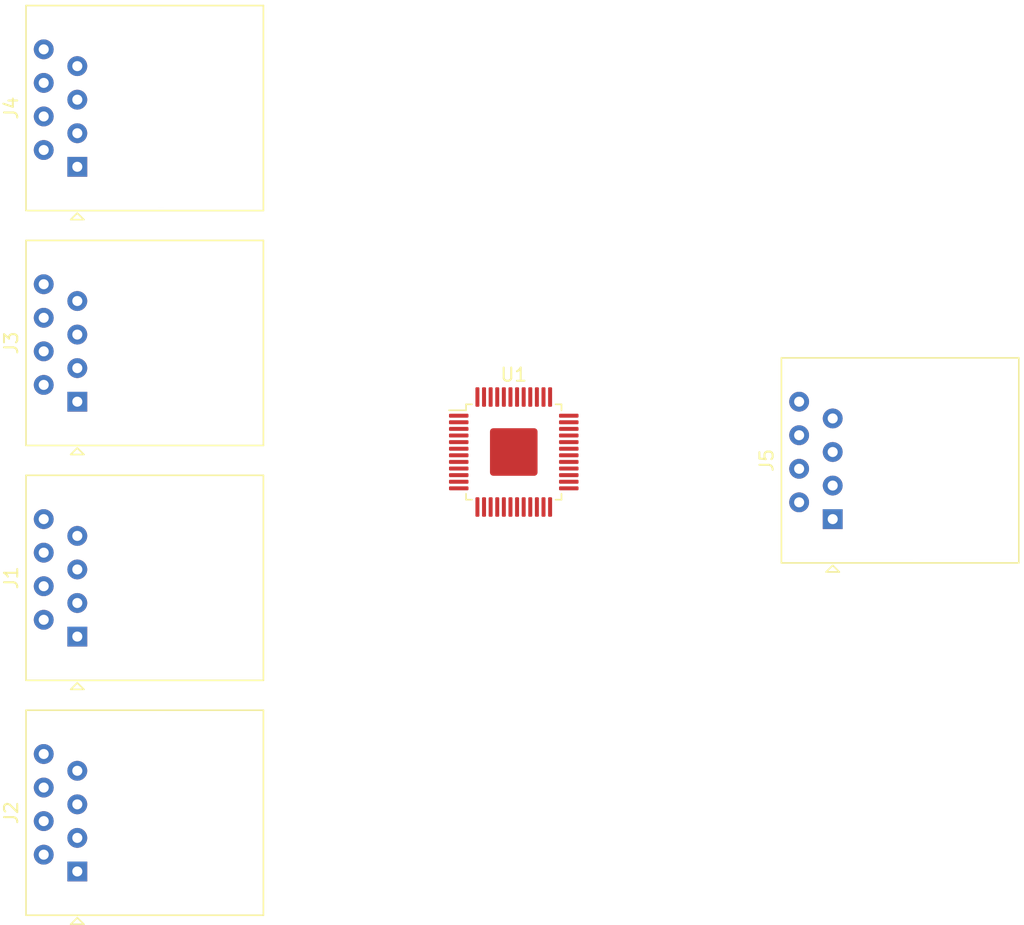
<source format=kicad_pcb>
(kicad_pcb (version 20171130) (host pcbnew "(5.1.0)-1")

  (general
    (thickness 1.6)
    (drawings 0)
    (tracks 0)
    (zones 0)
    (modules 6)
    (nets 81)
  )

  (page A4)
  (layers
    (0 F.Cu signal)
    (31 B.Cu signal)
    (32 B.Adhes user)
    (33 F.Adhes user)
    (34 B.Paste user)
    (35 F.Paste user)
    (36 B.SilkS user)
    (37 F.SilkS user)
    (38 B.Mask user)
    (39 F.Mask user)
    (40 Dwgs.User user)
    (41 Cmts.User user)
    (42 Eco1.User user)
    (43 Eco2.User user)
    (44 Edge.Cuts user)
    (45 Margin user)
    (46 B.CrtYd user)
    (47 F.CrtYd user)
    (48 B.Fab user)
    (49 F.Fab user)
  )

  (setup
    (last_trace_width 0.25)
    (trace_clearance 0.2)
    (zone_clearance 0.508)
    (zone_45_only no)
    (trace_min 0.2)
    (via_size 0.8)
    (via_drill 0.4)
    (via_min_size 0.4)
    (via_min_drill 0.3)
    (uvia_size 0.3)
    (uvia_drill 0.1)
    (uvias_allowed no)
    (uvia_min_size 0.2)
    (uvia_min_drill 0.1)
    (edge_width 0.05)
    (segment_width 0.2)
    (pcb_text_width 0.3)
    (pcb_text_size 1.5 1.5)
    (mod_edge_width 0.12)
    (mod_text_size 1 1)
    (mod_text_width 0.15)
    (pad_size 1.524 1.524)
    (pad_drill 0.762)
    (pad_to_mask_clearance 0.051)
    (solder_mask_min_width 0.25)
    (aux_axis_origin 0 0)
    (visible_elements FFFFFF7F)
    (pcbplotparams
      (layerselection 0x010fc_ffffffff)
      (usegerberextensions false)
      (usegerberattributes false)
      (usegerberadvancedattributes false)
      (creategerberjobfile false)
      (excludeedgelayer true)
      (linewidth 0.100000)
      (plotframeref false)
      (viasonmask false)
      (mode 1)
      (useauxorigin false)
      (hpglpennumber 1)
      (hpglpenspeed 20)
      (hpglpendiameter 15.000000)
      (psnegative false)
      (psa4output false)
      (plotreference true)
      (plotvalue true)
      (plotinvisibletext false)
      (padsonsilk false)
      (subtractmaskfromsilk false)
      (outputformat 1)
      (mirror false)
      (drillshape 1)
      (scaleselection 1)
      (outputdirectory ""))
  )

  (net 0 "")
  (net 1 "Net-(J1-Pad1)")
  (net 2 "Net-(J1-Pad2)")
  (net 3 "Net-(J1-Pad3)")
  (net 4 "Net-(J1-Pad4)")
  (net 5 "Net-(J1-Pad5)")
  (net 6 "Net-(J1-Pad6)")
  (net 7 "Net-(J1-Pad7)")
  (net 8 "Net-(J1-Pad8)")
  (net 9 "Net-(J2-Pad8)")
  (net 10 "Net-(J2-Pad7)")
  (net 11 "Net-(J2-Pad6)")
  (net 12 "Net-(J2-Pad5)")
  (net 13 "Net-(J2-Pad4)")
  (net 14 "Net-(J2-Pad3)")
  (net 15 "Net-(J2-Pad2)")
  (net 16 "Net-(J2-Pad1)")
  (net 17 "Net-(J3-Pad1)")
  (net 18 "Net-(J3-Pad2)")
  (net 19 "Net-(J3-Pad3)")
  (net 20 "Net-(J3-Pad4)")
  (net 21 "Net-(J3-Pad5)")
  (net 22 "Net-(J3-Pad6)")
  (net 23 "Net-(J3-Pad7)")
  (net 24 "Net-(J3-Pad8)")
  (net 25 "Net-(J4-Pad8)")
  (net 26 "Net-(J4-Pad7)")
  (net 27 "Net-(J4-Pad6)")
  (net 28 "Net-(J4-Pad5)")
  (net 29 "Net-(J4-Pad4)")
  (net 30 "Net-(J4-Pad3)")
  (net 31 "Net-(J4-Pad2)")
  (net 32 "Net-(J4-Pad1)")
  (net 33 "Net-(U1-Pad1)")
  (net 34 "Net-(U1-Pad2)")
  (net 35 "Net-(U1-Pad3)")
  (net 36 "Net-(U1-Pad4)")
  (net 37 "Net-(U1-Pad5)")
  (net 38 "Net-(U1-Pad6)")
  (net 39 "Net-(U1-Pad7)")
  (net 40 "Net-(U1-Pad8)")
  (net 41 "Net-(U1-Pad9)")
  (net 42 "Net-(U1-Pad10)")
  (net 43 "Net-(U1-Pad11)")
  (net 44 "Net-(U1-Pad12)")
  (net 45 "Net-(U1-Pad13)")
  (net 46 "Net-(U1-Pad14)")
  (net 47 "Net-(U1-Pad15)")
  (net 48 "Net-(U1-Pad16)")
  (net 49 "Net-(U1-Pad17)")
  (net 50 "Net-(U1-Pad18)")
  (net 51 "Net-(U1-Pad19)")
  (net 52 "Net-(U1-Pad20)")
  (net 53 "Net-(U1-Pad21)")
  (net 54 "Net-(U1-Pad22)")
  (net 55 "Net-(U1-Pad23)")
  (net 56 "Net-(U1-Pad24)")
  (net 57 "Net-(U1-Pad25)")
  (net 58 "Net-(U1-Pad26)")
  (net 59 "Net-(U1-Pad27)")
  (net 60 "Net-(U1-Pad28)")
  (net 61 "Net-(U1-Pad29)")
  (net 62 "Net-(U1-Pad30)")
  (net 63 "Net-(U1-Pad31)")
  (net 64 "Net-(U1-Pad32)")
  (net 65 "Net-(U1-Pad33)")
  (net 66 "Net-(U1-Pad34)")
  (net 67 "Net-(U1-Pad35)")
  (net 68 "Net-(U1-Pad36)")
  (net 69 "Net-(U1-Pad37)")
  (net 70 "Net-(U1-Pad38)")
  (net 71 "Net-(U1-Pad39)")
  (net 72 "Net-(U1-Pad40)")
  (net 73 "Net-(U1-Pad41)")
  (net 74 "Net-(U1-Pad42)")
  (net 75 "Net-(U1-Pad43)")
  (net 76 "Net-(U1-Pad44)")
  (net 77 "Net-(U1-Pad45)")
  (net 78 "Net-(U1-Pad46)")
  (net 79 "Net-(U1-Pad47)")
  (net 80 "Net-(U1-Pad48)")

  (net_class Default "This is the default net class."
    (clearance 0.2)
    (trace_width 0.25)
    (via_dia 0.8)
    (via_drill 0.4)
    (uvia_dia 0.3)
    (uvia_drill 0.1)
    (add_net "Net-(J1-Pad1)")
    (add_net "Net-(J1-Pad2)")
    (add_net "Net-(J1-Pad3)")
    (add_net "Net-(J1-Pad4)")
    (add_net "Net-(J1-Pad5)")
    (add_net "Net-(J1-Pad6)")
    (add_net "Net-(J1-Pad7)")
    (add_net "Net-(J1-Pad8)")
    (add_net "Net-(J2-Pad1)")
    (add_net "Net-(J2-Pad2)")
    (add_net "Net-(J2-Pad3)")
    (add_net "Net-(J2-Pad4)")
    (add_net "Net-(J2-Pad5)")
    (add_net "Net-(J2-Pad6)")
    (add_net "Net-(J2-Pad7)")
    (add_net "Net-(J2-Pad8)")
    (add_net "Net-(J3-Pad1)")
    (add_net "Net-(J3-Pad2)")
    (add_net "Net-(J3-Pad3)")
    (add_net "Net-(J3-Pad4)")
    (add_net "Net-(J3-Pad5)")
    (add_net "Net-(J3-Pad6)")
    (add_net "Net-(J3-Pad7)")
    (add_net "Net-(J3-Pad8)")
    (add_net "Net-(J4-Pad1)")
    (add_net "Net-(J4-Pad2)")
    (add_net "Net-(J4-Pad3)")
    (add_net "Net-(J4-Pad4)")
    (add_net "Net-(J4-Pad5)")
    (add_net "Net-(J4-Pad6)")
    (add_net "Net-(J4-Pad7)")
    (add_net "Net-(J4-Pad8)")
    (add_net "Net-(U1-Pad1)")
    (add_net "Net-(U1-Pad10)")
    (add_net "Net-(U1-Pad11)")
    (add_net "Net-(U1-Pad12)")
    (add_net "Net-(U1-Pad13)")
    (add_net "Net-(U1-Pad14)")
    (add_net "Net-(U1-Pad15)")
    (add_net "Net-(U1-Pad16)")
    (add_net "Net-(U1-Pad17)")
    (add_net "Net-(U1-Pad18)")
    (add_net "Net-(U1-Pad19)")
    (add_net "Net-(U1-Pad2)")
    (add_net "Net-(U1-Pad20)")
    (add_net "Net-(U1-Pad21)")
    (add_net "Net-(U1-Pad22)")
    (add_net "Net-(U1-Pad23)")
    (add_net "Net-(U1-Pad24)")
    (add_net "Net-(U1-Pad25)")
    (add_net "Net-(U1-Pad26)")
    (add_net "Net-(U1-Pad27)")
    (add_net "Net-(U1-Pad28)")
    (add_net "Net-(U1-Pad29)")
    (add_net "Net-(U1-Pad3)")
    (add_net "Net-(U1-Pad30)")
    (add_net "Net-(U1-Pad31)")
    (add_net "Net-(U1-Pad32)")
    (add_net "Net-(U1-Pad33)")
    (add_net "Net-(U1-Pad34)")
    (add_net "Net-(U1-Pad35)")
    (add_net "Net-(U1-Pad36)")
    (add_net "Net-(U1-Pad37)")
    (add_net "Net-(U1-Pad38)")
    (add_net "Net-(U1-Pad39)")
    (add_net "Net-(U1-Pad4)")
    (add_net "Net-(U1-Pad40)")
    (add_net "Net-(U1-Pad41)")
    (add_net "Net-(U1-Pad42)")
    (add_net "Net-(U1-Pad43)")
    (add_net "Net-(U1-Pad44)")
    (add_net "Net-(U1-Pad45)")
    (add_net "Net-(U1-Pad46)")
    (add_net "Net-(U1-Pad47)")
    (add_net "Net-(U1-Pad48)")
    (add_net "Net-(U1-Pad5)")
    (add_net "Net-(U1-Pad6)")
    (add_net "Net-(U1-Pad7)")
    (add_net "Net-(U1-Pad8)")
    (add_net "Net-(U1-Pad9)")
  )

  (module Connector_RJ:RJ45_Amphenol_54602-x08_Horizontal (layer F.Cu) (tedit 5B103613) (tstamp 62A6608A)
    (at 109.22 107.95 90)
    (descr "8 Pol Shallow Latch Connector, Modjack, RJ45 (https://cdn.amphenol-icc.com/media/wysiwyg/files/drawing/c-bmj-0102.pdf)")
    (tags RJ45)
    (path /62A6118C)
    (fp_text reference J1 (at 4.445 -5 90) (layer F.SilkS)
      (effects (font (size 1 1) (thickness 0.15)))
    )
    (fp_text value RJ45 (at 4.445 4 90) (layer F.Fab)
      (effects (font (size 1 1) (thickness 0.15)))
    )
    (fp_text user %R (at 4.445 5.864999 90) (layer F.Fab)
      (effects (font (size 1 1) (thickness 0.15)))
    )
    (fp_line (start -4 0.5) (end -3.5 0) (layer F.SilkS) (width 0.12))
    (fp_line (start -4 -0.5) (end -4 0.5) (layer F.SilkS) (width 0.12))
    (fp_line (start -3.5 0) (end -4 -0.5) (layer F.SilkS) (width 0.12))
    (fp_line (start -3.205 13.97) (end -3.205 -2.77) (layer F.Fab) (width 0.12))
    (fp_line (start 12.095 13.97) (end -3.205 13.97) (layer F.Fab) (width 0.12))
    (fp_line (start 12.095 -3.77) (end 12.095 13.97) (layer F.Fab) (width 0.12))
    (fp_line (start -2.205 -3.77) (end 12.095 -3.77) (layer F.Fab) (width 0.12))
    (fp_line (start -3.205 -2.77) (end -2.205 -3.77) (layer F.Fab) (width 0.12))
    (fp_line (start -3.315 14.08) (end 12.205 14.08) (layer F.SilkS) (width 0.12))
    (fp_line (start 12.205 -3.88) (end 12.205 14.08) (layer F.SilkS) (width 0.12))
    (fp_line (start 12.205 -3.88) (end -3.315 -3.88) (layer F.SilkS) (width 0.12))
    (fp_line (start -3.315 -3.88) (end -3.315 14.08) (layer F.SilkS) (width 0.12))
    (fp_line (start -3.71 -4.27) (end 12.6 -4.27) (layer F.CrtYd) (width 0.05))
    (fp_line (start -3.71 -4.27) (end -3.71 14.47) (layer F.CrtYd) (width 0.05))
    (fp_line (start 12.6 14.47) (end 12.6 -4.27) (layer F.CrtYd) (width 0.05))
    (fp_line (start 12.6 14.47) (end -3.71 14.47) (layer F.CrtYd) (width 0.05))
    (pad "" np_thru_hole circle (at 10.16 6.35 90) (size 3.2 3.2) (drill 3.2) (layers *.Cu *.Mask))
    (pad "" np_thru_hole circle (at -1.27 6.35 90) (size 3.2 3.2) (drill 3.2) (layers *.Cu *.Mask))
    (pad 1 thru_hole rect (at 0 0 90) (size 1.5 1.5) (drill 0.76) (layers *.Cu *.Mask)
      (net 1 "Net-(J1-Pad1)"))
    (pad 2 thru_hole circle (at 1.27 -2.54 90) (size 1.5 1.5) (drill 0.76) (layers *.Cu *.Mask)
      (net 2 "Net-(J1-Pad2)"))
    (pad 3 thru_hole circle (at 2.54 0 90) (size 1.5 1.5) (drill 0.76) (layers *.Cu *.Mask)
      (net 3 "Net-(J1-Pad3)"))
    (pad 4 thru_hole circle (at 3.81 -2.54 90) (size 1.5 1.5) (drill 0.76) (layers *.Cu *.Mask)
      (net 4 "Net-(J1-Pad4)"))
    (pad 5 thru_hole circle (at 5.08 0 90) (size 1.5 1.5) (drill 0.76) (layers *.Cu *.Mask)
      (net 5 "Net-(J1-Pad5)"))
    (pad 6 thru_hole circle (at 6.35 -2.54 90) (size 1.5 1.5) (drill 0.76) (layers *.Cu *.Mask)
      (net 6 "Net-(J1-Pad6)"))
    (pad 7 thru_hole circle (at 7.62 0 90) (size 1.5 1.5) (drill 0.76) (layers *.Cu *.Mask)
      (net 7 "Net-(J1-Pad7)"))
    (pad 8 thru_hole circle (at 8.89 -2.54 90) (size 1.5 1.5) (drill 0.76) (layers *.Cu *.Mask)
      (net 8 "Net-(J1-Pad8)"))
    (model ${KISYS3DMOD}/Connector_RJ.3dshapes/RJ45_Amphenol_54602-x08_Horizontal.wrl
      (at (xyz 0 0 0))
      (scale (xyz 1 1 1))
      (rotate (xyz 0 0 0))
    )
  )

  (module Connector_RJ:RJ45_Amphenol_54602-x08_Horizontal (layer F.Cu) (tedit 5B103613) (tstamp 62A66882)
    (at 109.22 125.73 90)
    (descr "8 Pol Shallow Latch Connector, Modjack, RJ45 (https://cdn.amphenol-icc.com/media/wysiwyg/files/drawing/c-bmj-0102.pdf)")
    (tags RJ45)
    (path /62A6278C)
    (fp_text reference J2 (at 4.445 -5 90) (layer F.SilkS)
      (effects (font (size 1 1) (thickness 0.15)))
    )
    (fp_text value RJ45 (at 4.445 4 90) (layer F.Fab)
      (effects (font (size 1 1) (thickness 0.15)))
    )
    (fp_line (start 12.6 14.47) (end -3.71 14.47) (layer F.CrtYd) (width 0.05))
    (fp_line (start 12.6 14.47) (end 12.6 -4.27) (layer F.CrtYd) (width 0.05))
    (fp_line (start -3.71 -4.27) (end -3.71 14.47) (layer F.CrtYd) (width 0.05))
    (fp_line (start -3.71 -4.27) (end 12.6 -4.27) (layer F.CrtYd) (width 0.05))
    (fp_line (start -3.315 -3.88) (end -3.315 14.08) (layer F.SilkS) (width 0.12))
    (fp_line (start 12.205 -3.88) (end -3.315 -3.88) (layer F.SilkS) (width 0.12))
    (fp_line (start 12.205 -3.88) (end 12.205 14.08) (layer F.SilkS) (width 0.12))
    (fp_line (start -3.315 14.08) (end 12.205 14.08) (layer F.SilkS) (width 0.12))
    (fp_line (start -3.205 -2.77) (end -2.205 -3.77) (layer F.Fab) (width 0.12))
    (fp_line (start -2.205 -3.77) (end 12.095 -3.77) (layer F.Fab) (width 0.12))
    (fp_line (start 12.095 -3.77) (end 12.095 13.97) (layer F.Fab) (width 0.12))
    (fp_line (start 12.095 13.97) (end -3.205 13.97) (layer F.Fab) (width 0.12))
    (fp_line (start -3.205 13.97) (end -3.205 -2.77) (layer F.Fab) (width 0.12))
    (fp_line (start -3.5 0) (end -4 -0.5) (layer F.SilkS) (width 0.12))
    (fp_line (start -4 -0.5) (end -4 0.5) (layer F.SilkS) (width 0.12))
    (fp_line (start -4 0.5) (end -3.5 0) (layer F.SilkS) (width 0.12))
    (fp_text user %R (at 4.445 2 90) (layer F.Fab)
      (effects (font (size 1 1) (thickness 0.15)))
    )
    (pad 8 thru_hole circle (at 8.89 -2.54 90) (size 1.5 1.5) (drill 0.76) (layers *.Cu *.Mask)
      (net 9 "Net-(J2-Pad8)"))
    (pad 7 thru_hole circle (at 7.62 0 90) (size 1.5 1.5) (drill 0.76) (layers *.Cu *.Mask)
      (net 10 "Net-(J2-Pad7)"))
    (pad 6 thru_hole circle (at 6.35 -2.54 90) (size 1.5 1.5) (drill 0.76) (layers *.Cu *.Mask)
      (net 11 "Net-(J2-Pad6)"))
    (pad 5 thru_hole circle (at 5.08 0 90) (size 1.5 1.5) (drill 0.76) (layers *.Cu *.Mask)
      (net 12 "Net-(J2-Pad5)"))
    (pad 4 thru_hole circle (at 3.81 -2.54 90) (size 1.5 1.5) (drill 0.76) (layers *.Cu *.Mask)
      (net 13 "Net-(J2-Pad4)"))
    (pad 3 thru_hole circle (at 2.54 0 90) (size 1.5 1.5) (drill 0.76) (layers *.Cu *.Mask)
      (net 14 "Net-(J2-Pad3)"))
    (pad 2 thru_hole circle (at 1.27 -2.54 90) (size 1.5 1.5) (drill 0.76) (layers *.Cu *.Mask)
      (net 15 "Net-(J2-Pad2)"))
    (pad 1 thru_hole rect (at 0 0 90) (size 1.5 1.5) (drill 0.76) (layers *.Cu *.Mask)
      (net 16 "Net-(J2-Pad1)"))
    (pad "" np_thru_hole circle (at -1.27 6.35 90) (size 3.2 3.2) (drill 3.2) (layers *.Cu *.Mask))
    (pad "" np_thru_hole circle (at 10.16 6.35 90) (size 3.2 3.2) (drill 3.2) (layers *.Cu *.Mask))
    (model ${KISYS3DMOD}/Connector_RJ.3dshapes/RJ45_Amphenol_54602-x08_Horizontal.wrl
      (at (xyz 0 0 0))
      (scale (xyz 1 1 1))
      (rotate (xyz 0 0 0))
    )
  )

  (module Connector_RJ:RJ45_Amphenol_54602-x08_Horizontal (layer F.Cu) (tedit 5B103613) (tstamp 62A660C8)
    (at 109.22 90.17 90)
    (descr "8 Pol Shallow Latch Connector, Modjack, RJ45 (https://cdn.amphenol-icc.com/media/wysiwyg/files/drawing/c-bmj-0102.pdf)")
    (tags RJ45)
    (path /62A64A11)
    (fp_text reference J3 (at 4.445 -5 90) (layer F.SilkS)
      (effects (font (size 1 1) (thickness 0.15)))
    )
    (fp_text value RJ45 (at 4.445 4 90) (layer F.Fab)
      (effects (font (size 1 1) (thickness 0.15)))
    )
    (fp_text user %R (at 4.445 2 90) (layer F.Fab)
      (effects (font (size 1 1) (thickness 0.15)))
    )
    (fp_line (start -4 0.5) (end -3.5 0) (layer F.SilkS) (width 0.12))
    (fp_line (start -4 -0.5) (end -4 0.5) (layer F.SilkS) (width 0.12))
    (fp_line (start -3.5 0) (end -4 -0.5) (layer F.SilkS) (width 0.12))
    (fp_line (start -3.205 13.97) (end -3.205 -2.77) (layer F.Fab) (width 0.12))
    (fp_line (start 12.095 13.97) (end -3.205 13.97) (layer F.Fab) (width 0.12))
    (fp_line (start 12.095 -3.77) (end 12.095 13.97) (layer F.Fab) (width 0.12))
    (fp_line (start -2.205 -3.77) (end 12.095 -3.77) (layer F.Fab) (width 0.12))
    (fp_line (start -3.205 -2.77) (end -2.205 -3.77) (layer F.Fab) (width 0.12))
    (fp_line (start -3.315 14.08) (end 12.205 14.08) (layer F.SilkS) (width 0.12))
    (fp_line (start 12.205 -3.88) (end 12.205 14.08) (layer F.SilkS) (width 0.12))
    (fp_line (start 12.205 -3.88) (end -3.315 -3.88) (layer F.SilkS) (width 0.12))
    (fp_line (start -3.315 -3.88) (end -3.315 14.08) (layer F.SilkS) (width 0.12))
    (fp_line (start -3.71 -4.27) (end 12.6 -4.27) (layer F.CrtYd) (width 0.05))
    (fp_line (start -3.71 -4.27) (end -3.71 14.47) (layer F.CrtYd) (width 0.05))
    (fp_line (start 12.6 14.47) (end 12.6 -4.27) (layer F.CrtYd) (width 0.05))
    (fp_line (start 12.6 14.47) (end -3.71 14.47) (layer F.CrtYd) (width 0.05))
    (pad "" np_thru_hole circle (at 10.16 6.35 90) (size 3.2 3.2) (drill 3.2) (layers *.Cu *.Mask))
    (pad "" np_thru_hole circle (at -1.27 6.35 90) (size 3.2 3.2) (drill 3.2) (layers *.Cu *.Mask))
    (pad 1 thru_hole rect (at 0 0 90) (size 1.5 1.5) (drill 0.76) (layers *.Cu *.Mask)
      (net 17 "Net-(J3-Pad1)"))
    (pad 2 thru_hole circle (at 1.27 -2.54 90) (size 1.5 1.5) (drill 0.76) (layers *.Cu *.Mask)
      (net 18 "Net-(J3-Pad2)"))
    (pad 3 thru_hole circle (at 2.54 0 90) (size 1.5 1.5) (drill 0.76) (layers *.Cu *.Mask)
      (net 19 "Net-(J3-Pad3)"))
    (pad 4 thru_hole circle (at 3.81 -2.54 90) (size 1.5 1.5) (drill 0.76) (layers *.Cu *.Mask)
      (net 20 "Net-(J3-Pad4)"))
    (pad 5 thru_hole circle (at 5.08 0 90) (size 1.5 1.5) (drill 0.76) (layers *.Cu *.Mask)
      (net 21 "Net-(J3-Pad5)"))
    (pad 6 thru_hole circle (at 6.35 -2.54 90) (size 1.5 1.5) (drill 0.76) (layers *.Cu *.Mask)
      (net 22 "Net-(J3-Pad6)"))
    (pad 7 thru_hole circle (at 7.62 0 90) (size 1.5 1.5) (drill 0.76) (layers *.Cu *.Mask)
      (net 23 "Net-(J3-Pad7)"))
    (pad 8 thru_hole circle (at 8.89 -2.54 90) (size 1.5 1.5) (drill 0.76) (layers *.Cu *.Mask)
      (net 24 "Net-(J3-Pad8)"))
    (model ${KISYS3DMOD}/Connector_RJ.3dshapes/RJ45_Amphenol_RJHSE538X.wrl
      (offset (xyz 9.5 0.5 0))
      (scale (xyz 1 1 1))
      (rotate (xyz 0 0 -180))
    )
  )

  (module Connector_RJ:RJ45_Amphenol_54602-x08_Horizontal (layer F.Cu) (tedit 5B103613) (tstamp 62A660E7)
    (at 109.22 72.39 90)
    (descr "8 Pol Shallow Latch Connector, Modjack, RJ45 (https://cdn.amphenol-icc.com/media/wysiwyg/files/drawing/c-bmj-0102.pdf)")
    (tags RJ45)
    (path /62A66369)
    (fp_text reference J4 (at 4.445 -5 90) (layer F.SilkS)
      (effects (font (size 1 1) (thickness 0.15)))
    )
    (fp_text value RJ45 (at 4.445 4 90) (layer F.Fab)
      (effects (font (size 1 1) (thickness 0.15)))
    )
    (fp_line (start 12.6 14.47) (end -3.71 14.47) (layer F.CrtYd) (width 0.05))
    (fp_line (start 12.6 14.47) (end 12.6 -4.27) (layer F.CrtYd) (width 0.05))
    (fp_line (start -3.71 -4.27) (end -3.71 14.47) (layer F.CrtYd) (width 0.05))
    (fp_line (start -3.71 -4.27) (end 12.6 -4.27) (layer F.CrtYd) (width 0.05))
    (fp_line (start -3.315 -3.88) (end -3.315 14.08) (layer F.SilkS) (width 0.12))
    (fp_line (start 12.205 -3.88) (end -3.315 -3.88) (layer F.SilkS) (width 0.12))
    (fp_line (start 12.205 -3.88) (end 12.205 14.08) (layer F.SilkS) (width 0.12))
    (fp_line (start -3.315 14.08) (end 12.205 14.08) (layer F.SilkS) (width 0.12))
    (fp_line (start -3.205 -2.77) (end -2.205 -3.77) (layer F.Fab) (width 0.12))
    (fp_line (start -2.205 -3.77) (end 12.095 -3.77) (layer F.Fab) (width 0.12))
    (fp_line (start 12.095 -3.77) (end 12.095 13.97) (layer F.Fab) (width 0.12))
    (fp_line (start 12.095 13.97) (end -3.205 13.97) (layer F.Fab) (width 0.12))
    (fp_line (start -3.205 13.97) (end -3.205 -2.77) (layer F.Fab) (width 0.12))
    (fp_line (start -3.5 0) (end -4 -0.5) (layer F.SilkS) (width 0.12))
    (fp_line (start -4 -0.5) (end -4 0.5) (layer F.SilkS) (width 0.12))
    (fp_line (start -4 0.5) (end -3.5 0) (layer F.SilkS) (width 0.12))
    (fp_text user %R (at 4.445 2 90) (layer F.Fab)
      (effects (font (size 1 1) (thickness 0.15)))
    )
    (pad 8 thru_hole circle (at 8.89 -2.54 90) (size 1.5 1.5) (drill 0.76) (layers *.Cu *.Mask)
      (net 25 "Net-(J4-Pad8)"))
    (pad 7 thru_hole circle (at 7.62 0 90) (size 1.5 1.5) (drill 0.76) (layers *.Cu *.Mask)
      (net 26 "Net-(J4-Pad7)"))
    (pad 6 thru_hole circle (at 6.35 -2.54 90) (size 1.5 1.5) (drill 0.76) (layers *.Cu *.Mask)
      (net 27 "Net-(J4-Pad6)"))
    (pad 5 thru_hole circle (at 5.08 0 90) (size 1.5 1.5) (drill 0.76) (layers *.Cu *.Mask)
      (net 28 "Net-(J4-Pad5)"))
    (pad 4 thru_hole circle (at 3.81 -2.54 90) (size 1.5 1.5) (drill 0.76) (layers *.Cu *.Mask)
      (net 29 "Net-(J4-Pad4)"))
    (pad 3 thru_hole circle (at 2.54 0 90) (size 1.5 1.5) (drill 0.76) (layers *.Cu *.Mask)
      (net 30 "Net-(J4-Pad3)"))
    (pad 2 thru_hole circle (at 1.27 -2.54 90) (size 1.5 1.5) (drill 0.76) (layers *.Cu *.Mask)
      (net 31 "Net-(J4-Pad2)"))
    (pad 1 thru_hole rect (at 0 0 90) (size 1.5 1.5) (drill 0.76) (layers *.Cu *.Mask)
      (net 32 "Net-(J4-Pad1)"))
    (pad "" np_thru_hole circle (at -1.27 6.35 90) (size 3.2 3.2) (drill 3.2) (layers *.Cu *.Mask))
    (pad "" np_thru_hole circle (at 10.16 6.35 90) (size 3.2 3.2) (drill 3.2) (layers *.Cu *.Mask))
    (model ${KISYS3DMOD}/Connector_RJ.3dshapes/RJ45_Amphenol_54602-x08_Horizontal.wrl
      (at (xyz 0 0 0))
      (scale (xyz 1 1 1))
      (rotate (xyz 0 0 0))
    )
  )

  (module Connector_RJ:RJ45_Amphenol_54602-x08_Horizontal (layer F.Cu) (tedit 5B103613) (tstamp 62A66106)
    (at 166.37 99.06 90)
    (descr "8 Pol Shallow Latch Connector, Modjack, RJ45 (https://cdn.amphenol-icc.com/media/wysiwyg/files/drawing/c-bmj-0102.pdf)")
    (tags RJ45)
    (path /62A6BE13)
    (fp_text reference J5 (at 4.445 -5 90) (layer F.SilkS)
      (effects (font (size 1 1) (thickness 0.15)))
    )
    (fp_text value RJ45 (at 4.445 4 90) (layer F.Fab)
      (effects (font (size 1 1) (thickness 0.15)))
    )
    (fp_text user %R (at 4.445 2 90) (layer F.Fab)
      (effects (font (size 1 1) (thickness 0.15)))
    )
    (fp_line (start -4 0.5) (end -3.5 0) (layer F.SilkS) (width 0.12))
    (fp_line (start -4 -0.5) (end -4 0.5) (layer F.SilkS) (width 0.12))
    (fp_line (start -3.5 0) (end -4 -0.5) (layer F.SilkS) (width 0.12))
    (fp_line (start -3.205 13.97) (end -3.205 -2.77) (layer F.Fab) (width 0.12))
    (fp_line (start 12.095 13.97) (end -3.205 13.97) (layer F.Fab) (width 0.12))
    (fp_line (start 12.095 -3.77) (end 12.095 13.97) (layer F.Fab) (width 0.12))
    (fp_line (start -2.205 -3.77) (end 12.095 -3.77) (layer F.Fab) (width 0.12))
    (fp_line (start -3.205 -2.77) (end -2.205 -3.77) (layer F.Fab) (width 0.12))
    (fp_line (start -3.315 14.08) (end 12.205 14.08) (layer F.SilkS) (width 0.12))
    (fp_line (start 12.205 -3.88) (end 12.205 14.08) (layer F.SilkS) (width 0.12))
    (fp_line (start 12.205 -3.88) (end -3.315 -3.88) (layer F.SilkS) (width 0.12))
    (fp_line (start -3.315 -3.88) (end -3.315 14.08) (layer F.SilkS) (width 0.12))
    (fp_line (start -3.71 -4.27) (end 12.6 -4.27) (layer F.CrtYd) (width 0.05))
    (fp_line (start -3.71 -4.27) (end -3.71 14.47) (layer F.CrtYd) (width 0.05))
    (fp_line (start 12.6 14.47) (end 12.6 -4.27) (layer F.CrtYd) (width 0.05))
    (fp_line (start 12.6 14.47) (end -3.71 14.47) (layer F.CrtYd) (width 0.05))
    (pad "" np_thru_hole circle (at 10.16 6.35 90) (size 3.2 3.2) (drill 3.2) (layers *.Cu *.Mask))
    (pad "" np_thru_hole circle (at -1.27 6.35 90) (size 3.2 3.2) (drill 3.2) (layers *.Cu *.Mask))
    (pad 1 thru_hole rect (at 0 0 90) (size 1.5 1.5) (drill 0.76) (layers *.Cu *.Mask)
      (net 32 "Net-(J4-Pad1)"))
    (pad 2 thru_hole circle (at 1.27 -2.54 90) (size 1.5 1.5) (drill 0.76) (layers *.Cu *.Mask)
      (net 31 "Net-(J4-Pad2)"))
    (pad 3 thru_hole circle (at 2.54 0 90) (size 1.5 1.5) (drill 0.76) (layers *.Cu *.Mask)
      (net 30 "Net-(J4-Pad3)"))
    (pad 4 thru_hole circle (at 3.81 -2.54 90) (size 1.5 1.5) (drill 0.76) (layers *.Cu *.Mask)
      (net 29 "Net-(J4-Pad4)"))
    (pad 5 thru_hole circle (at 5.08 0 90) (size 1.5 1.5) (drill 0.76) (layers *.Cu *.Mask)
      (net 28 "Net-(J4-Pad5)"))
    (pad 6 thru_hole circle (at 6.35 -2.54 90) (size 1.5 1.5) (drill 0.76) (layers *.Cu *.Mask)
      (net 27 "Net-(J4-Pad6)"))
    (pad 7 thru_hole circle (at 7.62 0 90) (size 1.5 1.5) (drill 0.76) (layers *.Cu *.Mask)
      (net 26 "Net-(J4-Pad7)"))
    (pad 8 thru_hole circle (at 8.89 -2.54 90) (size 1.5 1.5) (drill 0.76) (layers *.Cu *.Mask)
      (net 25 "Net-(J4-Pad8)"))
    (model ${KISYS3DMOD}/Connector_RJ.3dshapes/RJ45_Amphenol_54602-x08_Horizontal.wrl
      (at (xyz 0 0 0))
      (scale (xyz 1 1 1))
      (rotate (xyz 0 0 0))
    )
  )

  (module Package_QFP:LQFP-48-1EP_7x7mm_P0.5mm_EP3.6x3.6mm (layer F.Cu) (tedit 5B56F227) (tstamp 62A6616B)
    (at 142.24 93.98)
    (descr "LQFP, 48 Pin (http://www.analog.com/media/en/technical-documentation/data-sheets/LTC7810.pdf), generated with kicad-footprint-generator ipc_qfp_generator.py")
    (tags "LQFP QFP")
    (path /62A75E3F)
    (attr smd)
    (fp_text reference U1 (at 0 -5.85) (layer F.SilkS)
      (effects (font (size 1 1) (thickness 0.15)))
    )
    (fp_text value STM32F030C8Tx (at 0 5.85) (layer F.Fab)
      (effects (font (size 1 1) (thickness 0.15)))
    )
    (fp_line (start -3.16 -3.61) (end -3.61 -3.61) (layer F.SilkS) (width 0.12))
    (fp_line (start -3.61 -3.61) (end -3.61 -3.16) (layer F.SilkS) (width 0.12))
    (fp_line (start 3.16 -3.61) (end 3.61 -3.61) (layer F.SilkS) (width 0.12))
    (fp_line (start 3.61 -3.61) (end 3.61 -3.16) (layer F.SilkS) (width 0.12))
    (fp_line (start -3.16 3.61) (end -3.61 3.61) (layer F.SilkS) (width 0.12))
    (fp_line (start -3.61 3.61) (end -3.61 3.16) (layer F.SilkS) (width 0.12))
    (fp_line (start 3.16 3.61) (end 3.61 3.61) (layer F.SilkS) (width 0.12))
    (fp_line (start 3.61 3.61) (end 3.61 3.16) (layer F.SilkS) (width 0.12))
    (fp_line (start -3.61 -3.16) (end -4.9 -3.16) (layer F.SilkS) (width 0.12))
    (fp_line (start -2.5 -3.5) (end 3.5 -3.5) (layer F.Fab) (width 0.1))
    (fp_line (start 3.5 -3.5) (end 3.5 3.5) (layer F.Fab) (width 0.1))
    (fp_line (start 3.5 3.5) (end -3.5 3.5) (layer F.Fab) (width 0.1))
    (fp_line (start -3.5 3.5) (end -3.5 -2.5) (layer F.Fab) (width 0.1))
    (fp_line (start -3.5 -2.5) (end -2.5 -3.5) (layer F.Fab) (width 0.1))
    (fp_line (start 0 -5.15) (end -3.15 -5.15) (layer F.CrtYd) (width 0.05))
    (fp_line (start -3.15 -5.15) (end -3.15 -3.75) (layer F.CrtYd) (width 0.05))
    (fp_line (start -3.15 -3.75) (end -3.75 -3.75) (layer F.CrtYd) (width 0.05))
    (fp_line (start -3.75 -3.75) (end -3.75 -3.15) (layer F.CrtYd) (width 0.05))
    (fp_line (start -3.75 -3.15) (end -5.15 -3.15) (layer F.CrtYd) (width 0.05))
    (fp_line (start -5.15 -3.15) (end -5.15 0) (layer F.CrtYd) (width 0.05))
    (fp_line (start 0 -5.15) (end 3.15 -5.15) (layer F.CrtYd) (width 0.05))
    (fp_line (start 3.15 -5.15) (end 3.15 -3.75) (layer F.CrtYd) (width 0.05))
    (fp_line (start 3.15 -3.75) (end 3.75 -3.75) (layer F.CrtYd) (width 0.05))
    (fp_line (start 3.75 -3.75) (end 3.75 -3.15) (layer F.CrtYd) (width 0.05))
    (fp_line (start 3.75 -3.15) (end 5.15 -3.15) (layer F.CrtYd) (width 0.05))
    (fp_line (start 5.15 -3.15) (end 5.15 0) (layer F.CrtYd) (width 0.05))
    (fp_line (start 0 5.15) (end -3.15 5.15) (layer F.CrtYd) (width 0.05))
    (fp_line (start -3.15 5.15) (end -3.15 3.75) (layer F.CrtYd) (width 0.05))
    (fp_line (start -3.15 3.75) (end -3.75 3.75) (layer F.CrtYd) (width 0.05))
    (fp_line (start -3.75 3.75) (end -3.75 3.15) (layer F.CrtYd) (width 0.05))
    (fp_line (start -3.75 3.15) (end -5.15 3.15) (layer F.CrtYd) (width 0.05))
    (fp_line (start -5.15 3.15) (end -5.15 0) (layer F.CrtYd) (width 0.05))
    (fp_line (start 0 5.15) (end 3.15 5.15) (layer F.CrtYd) (width 0.05))
    (fp_line (start 3.15 5.15) (end 3.15 3.75) (layer F.CrtYd) (width 0.05))
    (fp_line (start 3.15 3.75) (end 3.75 3.75) (layer F.CrtYd) (width 0.05))
    (fp_line (start 3.75 3.75) (end 3.75 3.15) (layer F.CrtYd) (width 0.05))
    (fp_line (start 3.75 3.15) (end 5.15 3.15) (layer F.CrtYd) (width 0.05))
    (fp_line (start 5.15 3.15) (end 5.15 0) (layer F.CrtYd) (width 0.05))
    (fp_text user %R (at 0 0) (layer F.Fab)
      (effects (font (size 1 1) (thickness 0.15)))
    )
    (pad 49 smd roundrect (at 0 0) (size 3.6 3.6) (layers F.Cu F.Mask) (roundrect_rratio 0.06944400000000001))
    (pad "" smd roundrect (at -1.2 -1.2) (size 0.97 0.97) (layers F.Paste) (roundrect_rratio 0.25))
    (pad "" smd roundrect (at -1.2 0) (size 0.97 0.97) (layers F.Paste) (roundrect_rratio 0.25))
    (pad "" smd roundrect (at -1.2 1.2) (size 0.97 0.97) (layers F.Paste) (roundrect_rratio 0.25))
    (pad "" smd roundrect (at 0 -1.2) (size 0.97 0.97) (layers F.Paste) (roundrect_rratio 0.25))
    (pad "" smd roundrect (at 0 0) (size 0.97 0.97) (layers F.Paste) (roundrect_rratio 0.25))
    (pad "" smd roundrect (at 0 1.2) (size 0.97 0.97) (layers F.Paste) (roundrect_rratio 0.25))
    (pad "" smd roundrect (at 1.2 -1.2) (size 0.97 0.97) (layers F.Paste) (roundrect_rratio 0.25))
    (pad "" smd roundrect (at 1.2 0) (size 0.97 0.97) (layers F.Paste) (roundrect_rratio 0.25))
    (pad "" smd roundrect (at 1.2 1.2) (size 0.97 0.97) (layers F.Paste) (roundrect_rratio 0.25))
    (pad 1 smd roundrect (at -4.1625 -2.75) (size 1.475 0.3) (layers F.Cu F.Paste F.Mask) (roundrect_rratio 0.25)
      (net 33 "Net-(U1-Pad1)"))
    (pad 2 smd roundrect (at -4.1625 -2.25) (size 1.475 0.3) (layers F.Cu F.Paste F.Mask) (roundrect_rratio 0.25)
      (net 34 "Net-(U1-Pad2)"))
    (pad 3 smd roundrect (at -4.1625 -1.75) (size 1.475 0.3) (layers F.Cu F.Paste F.Mask) (roundrect_rratio 0.25)
      (net 35 "Net-(U1-Pad3)"))
    (pad 4 smd roundrect (at -4.1625 -1.25) (size 1.475 0.3) (layers F.Cu F.Paste F.Mask) (roundrect_rratio 0.25)
      (net 36 "Net-(U1-Pad4)"))
    (pad 5 smd roundrect (at -4.1625 -0.75) (size 1.475 0.3) (layers F.Cu F.Paste F.Mask) (roundrect_rratio 0.25)
      (net 37 "Net-(U1-Pad5)"))
    (pad 6 smd roundrect (at -4.1625 -0.25) (size 1.475 0.3) (layers F.Cu F.Paste F.Mask) (roundrect_rratio 0.25)
      (net 38 "Net-(U1-Pad6)"))
    (pad 7 smd roundrect (at -4.1625 0.25) (size 1.475 0.3) (layers F.Cu F.Paste F.Mask) (roundrect_rratio 0.25)
      (net 39 "Net-(U1-Pad7)"))
    (pad 8 smd roundrect (at -4.1625 0.75) (size 1.475 0.3) (layers F.Cu F.Paste F.Mask) (roundrect_rratio 0.25)
      (net 40 "Net-(U1-Pad8)"))
    (pad 9 smd roundrect (at -4.1625 1.25) (size 1.475 0.3) (layers F.Cu F.Paste F.Mask) (roundrect_rratio 0.25)
      (net 41 "Net-(U1-Pad9)"))
    (pad 10 smd roundrect (at -4.1625 1.75) (size 1.475 0.3) (layers F.Cu F.Paste F.Mask) (roundrect_rratio 0.25)
      (net 42 "Net-(U1-Pad10)"))
    (pad 11 smd roundrect (at -4.1625 2.25) (size 1.475 0.3) (layers F.Cu F.Paste F.Mask) (roundrect_rratio 0.25)
      (net 43 "Net-(U1-Pad11)"))
    (pad 12 smd roundrect (at -4.1625 2.75) (size 1.475 0.3) (layers F.Cu F.Paste F.Mask) (roundrect_rratio 0.25)
      (net 44 "Net-(U1-Pad12)"))
    (pad 13 smd roundrect (at -2.75 4.1625) (size 0.3 1.475) (layers F.Cu F.Paste F.Mask) (roundrect_rratio 0.25)
      (net 45 "Net-(U1-Pad13)"))
    (pad 14 smd roundrect (at -2.25 4.1625) (size 0.3 1.475) (layers F.Cu F.Paste F.Mask) (roundrect_rratio 0.25)
      (net 46 "Net-(U1-Pad14)"))
    (pad 15 smd roundrect (at -1.75 4.1625) (size 0.3 1.475) (layers F.Cu F.Paste F.Mask) (roundrect_rratio 0.25)
      (net 47 "Net-(U1-Pad15)"))
    (pad 16 smd roundrect (at -1.25 4.1625) (size 0.3 1.475) (layers F.Cu F.Paste F.Mask) (roundrect_rratio 0.25)
      (net 48 "Net-(U1-Pad16)"))
    (pad 17 smd roundrect (at -0.75 4.1625) (size 0.3 1.475) (layers F.Cu F.Paste F.Mask) (roundrect_rratio 0.25)
      (net 49 "Net-(U1-Pad17)"))
    (pad 18 smd roundrect (at -0.25 4.1625) (size 0.3 1.475) (layers F.Cu F.Paste F.Mask) (roundrect_rratio 0.25)
      (net 50 "Net-(U1-Pad18)"))
    (pad 19 smd roundrect (at 0.25 4.1625) (size 0.3 1.475) (layers F.Cu F.Paste F.Mask) (roundrect_rratio 0.25)
      (net 51 "Net-(U1-Pad19)"))
    (pad 20 smd roundrect (at 0.75 4.1625) (size 0.3 1.475) (layers F.Cu F.Paste F.Mask) (roundrect_rratio 0.25)
      (net 52 "Net-(U1-Pad20)"))
    (pad 21 smd roundrect (at 1.25 4.1625) (size 0.3 1.475) (layers F.Cu F.Paste F.Mask) (roundrect_rratio 0.25)
      (net 53 "Net-(U1-Pad21)"))
    (pad 22 smd roundrect (at 1.75 4.1625) (size 0.3 1.475) (layers F.Cu F.Paste F.Mask) (roundrect_rratio 0.25)
      (net 54 "Net-(U1-Pad22)"))
    (pad 23 smd roundrect (at 2.25 4.1625) (size 0.3 1.475) (layers F.Cu F.Paste F.Mask) (roundrect_rratio 0.25)
      (net 55 "Net-(U1-Pad23)"))
    (pad 24 smd roundrect (at 2.75 4.1625) (size 0.3 1.475) (layers F.Cu F.Paste F.Mask) (roundrect_rratio 0.25)
      (net 56 "Net-(U1-Pad24)"))
    (pad 25 smd roundrect (at 4.1625 2.75) (size 1.475 0.3) (layers F.Cu F.Paste F.Mask) (roundrect_rratio 0.25)
      (net 57 "Net-(U1-Pad25)"))
    (pad 26 smd roundrect (at 4.1625 2.25) (size 1.475 0.3) (layers F.Cu F.Paste F.Mask) (roundrect_rratio 0.25)
      (net 58 "Net-(U1-Pad26)"))
    (pad 27 smd roundrect (at 4.1625 1.75) (size 1.475 0.3) (layers F.Cu F.Paste F.Mask) (roundrect_rratio 0.25)
      (net 59 "Net-(U1-Pad27)"))
    (pad 28 smd roundrect (at 4.1625 1.25) (size 1.475 0.3) (layers F.Cu F.Paste F.Mask) (roundrect_rratio 0.25)
      (net 60 "Net-(U1-Pad28)"))
    (pad 29 smd roundrect (at 4.1625 0.75) (size 1.475 0.3) (layers F.Cu F.Paste F.Mask) (roundrect_rratio 0.25)
      (net 61 "Net-(U1-Pad29)"))
    (pad 30 smd roundrect (at 4.1625 0.25) (size 1.475 0.3) (layers F.Cu F.Paste F.Mask) (roundrect_rratio 0.25)
      (net 62 "Net-(U1-Pad30)"))
    (pad 31 smd roundrect (at 4.1625 -0.25) (size 1.475 0.3) (layers F.Cu F.Paste F.Mask) (roundrect_rratio 0.25)
      (net 63 "Net-(U1-Pad31)"))
    (pad 32 smd roundrect (at 4.1625 -0.75) (size 1.475 0.3) (layers F.Cu F.Paste F.Mask) (roundrect_rratio 0.25)
      (net 64 "Net-(U1-Pad32)"))
    (pad 33 smd roundrect (at 4.1625 -1.25) (size 1.475 0.3) (layers F.Cu F.Paste F.Mask) (roundrect_rratio 0.25)
      (net 65 "Net-(U1-Pad33)"))
    (pad 34 smd roundrect (at 4.1625 -1.75) (size 1.475 0.3) (layers F.Cu F.Paste F.Mask) (roundrect_rratio 0.25)
      (net 66 "Net-(U1-Pad34)"))
    (pad 35 smd roundrect (at 4.1625 -2.25) (size 1.475 0.3) (layers F.Cu F.Paste F.Mask) (roundrect_rratio 0.25)
      (net 67 "Net-(U1-Pad35)"))
    (pad 36 smd roundrect (at 4.1625 -2.75) (size 1.475 0.3) (layers F.Cu F.Paste F.Mask) (roundrect_rratio 0.25)
      (net 68 "Net-(U1-Pad36)"))
    (pad 37 smd roundrect (at 2.75 -4.1625) (size 0.3 1.475) (layers F.Cu F.Paste F.Mask) (roundrect_rratio 0.25)
      (net 69 "Net-(U1-Pad37)"))
    (pad 38 smd roundrect (at 2.25 -4.1625) (size 0.3 1.475) (layers F.Cu F.Paste F.Mask) (roundrect_rratio 0.25)
      (net 70 "Net-(U1-Pad38)"))
    (pad 39 smd roundrect (at 1.75 -4.1625) (size 0.3 1.475) (layers F.Cu F.Paste F.Mask) (roundrect_rratio 0.25)
      (net 71 "Net-(U1-Pad39)"))
    (pad 40 smd roundrect (at 1.25 -4.1625) (size 0.3 1.475) (layers F.Cu F.Paste F.Mask) (roundrect_rratio 0.25)
      (net 72 "Net-(U1-Pad40)"))
    (pad 41 smd roundrect (at 0.75 -4.1625) (size 0.3 1.475) (layers F.Cu F.Paste F.Mask) (roundrect_rratio 0.25)
      (net 73 "Net-(U1-Pad41)"))
    (pad 42 smd roundrect (at 0.25 -4.1625) (size 0.3 1.475) (layers F.Cu F.Paste F.Mask) (roundrect_rratio 0.25)
      (net 74 "Net-(U1-Pad42)"))
    (pad 43 smd roundrect (at -0.25 -4.1625) (size 0.3 1.475) (layers F.Cu F.Paste F.Mask) (roundrect_rratio 0.25)
      (net 75 "Net-(U1-Pad43)"))
    (pad 44 smd roundrect (at -0.75 -4.1625) (size 0.3 1.475) (layers F.Cu F.Paste F.Mask) (roundrect_rratio 0.25)
      (net 76 "Net-(U1-Pad44)"))
    (pad 45 smd roundrect (at -1.25 -4.1625) (size 0.3 1.475) (layers F.Cu F.Paste F.Mask) (roundrect_rratio 0.25)
      (net 77 "Net-(U1-Pad45)"))
    (pad 46 smd roundrect (at -1.75 -4.1625) (size 0.3 1.475) (layers F.Cu F.Paste F.Mask) (roundrect_rratio 0.25)
      (net 78 "Net-(U1-Pad46)"))
    (pad 47 smd roundrect (at -2.25 -4.1625) (size 0.3 1.475) (layers F.Cu F.Paste F.Mask) (roundrect_rratio 0.25)
      (net 79 "Net-(U1-Pad47)"))
    (pad 48 smd roundrect (at -2.75 -4.1625) (size 0.3 1.475) (layers F.Cu F.Paste F.Mask) (roundrect_rratio 0.25)
      (net 80 "Net-(U1-Pad48)"))
    (model ${KISYS3DMOD}/Package_QFP.3dshapes/LQFP-48-1EP_7x7mm_P0.5mm_EP3.6x3.6mm.wrl
      (at (xyz 0 0 0))
      (scale (xyz 1 1 1))
      (rotate (xyz 0 0 0))
    )
  )

)

</source>
